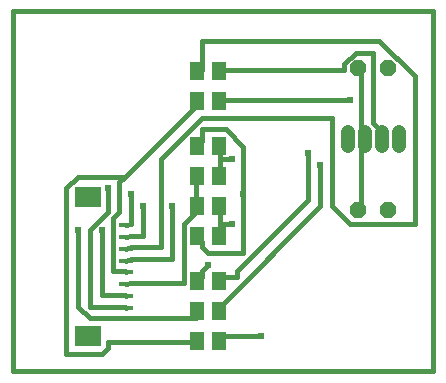
<source format=gtl>
G75*
%MOIN*%
%OFA0B0*%
%FSLAX25Y25*%
%IPPOS*%
%LPD*%
%AMOC8*
5,1,8,0,0,1.08239X$1,22.5*
%
%ADD10C,0.01600*%
%ADD11OC8,0.05200*%
%ADD12R,0.05118X0.05906*%
%ADD13R,0.05118X0.01181*%
%ADD14R,0.08661X0.07087*%
%ADD15C,0.04756*%
%ADD16C,0.01800*%
%ADD17C,0.02400*%
D10*
X0001800Y0001800D02*
X0141800Y0001800D01*
X0141800Y0121800D01*
X0001800Y0121800D01*
X0001800Y0001800D01*
D11*
X0116800Y0055550D03*
X0126800Y0055550D03*
X0126800Y0103050D03*
X0116800Y0103050D03*
D12*
X0070540Y0101800D03*
X0063060Y0101800D03*
X0063060Y0091800D03*
X0070540Y0091800D03*
X0070540Y0076800D03*
X0063060Y0076800D03*
X0063060Y0066800D03*
X0070540Y0066800D03*
X0070540Y0056800D03*
X0063060Y0056800D03*
X0063060Y0046800D03*
X0070540Y0046800D03*
X0070540Y0031800D03*
X0063060Y0031800D03*
X0063060Y0021800D03*
X0070540Y0021800D03*
X0070540Y0011800D03*
X0063060Y0011800D03*
D13*
X0039595Y0023020D03*
X0039595Y0026957D03*
X0039595Y0030894D03*
X0039595Y0034831D03*
X0039595Y0038769D03*
X0039595Y0042706D03*
X0039595Y0046643D03*
X0039595Y0050580D03*
D14*
X0026800Y0060028D03*
X0026800Y0013572D03*
D15*
X0113489Y0076922D02*
X0113489Y0081678D01*
X0119113Y0081678D02*
X0119113Y0076922D01*
X0124737Y0076922D02*
X0124737Y0081678D01*
X0130361Y0081678D02*
X0130361Y0076922D01*
D16*
X0124737Y0079300D02*
X0123847Y0080540D01*
X0123847Y0082509D01*
X0121879Y0084477D01*
X0121879Y0108099D01*
X0115973Y0108099D01*
X0112036Y0104162D01*
X0112036Y0102194D01*
X0070698Y0102194D01*
X0070540Y0101800D01*
X0064792Y0102194D02*
X0063060Y0101800D01*
X0064792Y0102194D02*
X0064792Y0112036D01*
X0123847Y0112036D01*
X0135658Y0100225D01*
X0135658Y0051013D01*
X0114005Y0051013D01*
X0108099Y0056918D01*
X0108099Y0086446D01*
X0064792Y0086446D01*
X0051013Y0072666D01*
X0051013Y0043139D01*
X0041170Y0043139D01*
X0039595Y0042706D01*
X0041170Y0039202D02*
X0039595Y0038769D01*
X0041170Y0039202D02*
X0054950Y0039202D01*
X0054950Y0056918D01*
X0058887Y0051013D02*
X0062824Y0054950D01*
X0063060Y0056800D01*
X0062824Y0056918D01*
X0062824Y0066761D01*
X0063060Y0066800D01*
X0070540Y0066800D02*
X0070698Y0068729D01*
X0070698Y0072666D01*
X0074635Y0072666D01*
X0070698Y0072666D02*
X0070698Y0076603D01*
X0070540Y0076800D01*
X0064792Y0078572D02*
X0063060Y0076800D01*
X0064792Y0078572D02*
X0064792Y0082509D01*
X0072666Y0082509D01*
X0078572Y0076603D01*
X0078572Y0060855D01*
X0078572Y0041170D01*
X0066761Y0041170D01*
X0064792Y0043139D01*
X0064792Y0045107D01*
X0063060Y0046800D01*
X0058887Y0051013D02*
X0058887Y0031328D01*
X0041170Y0031328D01*
X0039595Y0030894D01*
X0039202Y0027391D02*
X0039595Y0026957D01*
X0039202Y0027391D02*
X0031328Y0027391D01*
X0031328Y0049044D01*
X0027391Y0049044D02*
X0033296Y0054950D01*
X0033296Y0062824D01*
X0037233Y0064792D02*
X0039202Y0066761D01*
X0023454Y0066761D01*
X0019517Y0062824D01*
X0019517Y0007706D01*
X0031328Y0007706D01*
X0033296Y0009674D01*
X0033296Y0011643D01*
X0062824Y0011643D01*
X0063060Y0011800D01*
X0070540Y0011800D02*
X0070698Y0013611D01*
X0084477Y0013611D01*
X0070540Y0021800D02*
X0070698Y0023454D01*
X0104162Y0056918D01*
X0104162Y0070698D01*
X0100225Y0074635D02*
X0100225Y0058887D01*
X0076603Y0035265D01*
X0076603Y0033296D01*
X0070698Y0033296D01*
X0070540Y0031800D01*
X0064792Y0033296D02*
X0064792Y0035265D01*
X0066761Y0037233D01*
X0064792Y0033296D02*
X0063060Y0031800D01*
X0063060Y0021800D02*
X0062824Y0021485D01*
X0062824Y0019517D01*
X0027391Y0019517D01*
X0023454Y0023454D01*
X0023454Y0049044D01*
X0027391Y0049044D02*
X0027391Y0023454D01*
X0039202Y0023454D01*
X0039595Y0023020D01*
X0039595Y0034831D02*
X0039202Y0035265D01*
X0035265Y0035265D01*
X0035265Y0052981D01*
X0037233Y0054950D01*
X0037233Y0064792D01*
X0039202Y0066761D02*
X0062824Y0090383D01*
X0063060Y0091800D01*
X0070540Y0091800D02*
X0070698Y0092351D01*
X0114005Y0092351D01*
X0117942Y0102194D02*
X0116800Y0103050D01*
X0117942Y0102194D02*
X0117942Y0080540D01*
X0119113Y0079300D01*
X0117942Y0078572D01*
X0117942Y0056918D01*
X0116800Y0055550D01*
X0074635Y0051013D02*
X0070698Y0051013D01*
X0070698Y0047076D01*
X0070540Y0046800D01*
X0070698Y0051013D02*
X0070698Y0054950D01*
X0070540Y0056800D01*
X0045107Y0056918D02*
X0045107Y0047076D01*
X0041170Y0047076D01*
X0039595Y0046643D01*
X0039595Y0050580D02*
X0041170Y0051013D01*
X0041170Y0060855D01*
D17*
X0041170Y0060855D03*
X0045107Y0056918D03*
X0054950Y0056918D03*
X0033296Y0062824D03*
X0031328Y0049044D03*
X0023454Y0049044D03*
X0066761Y0037233D03*
X0074635Y0051013D03*
X0078572Y0060855D03*
X0074635Y0072666D03*
X0100225Y0074635D03*
X0104162Y0070698D03*
X0114005Y0092351D03*
X0084477Y0013611D03*
M02*

</source>
